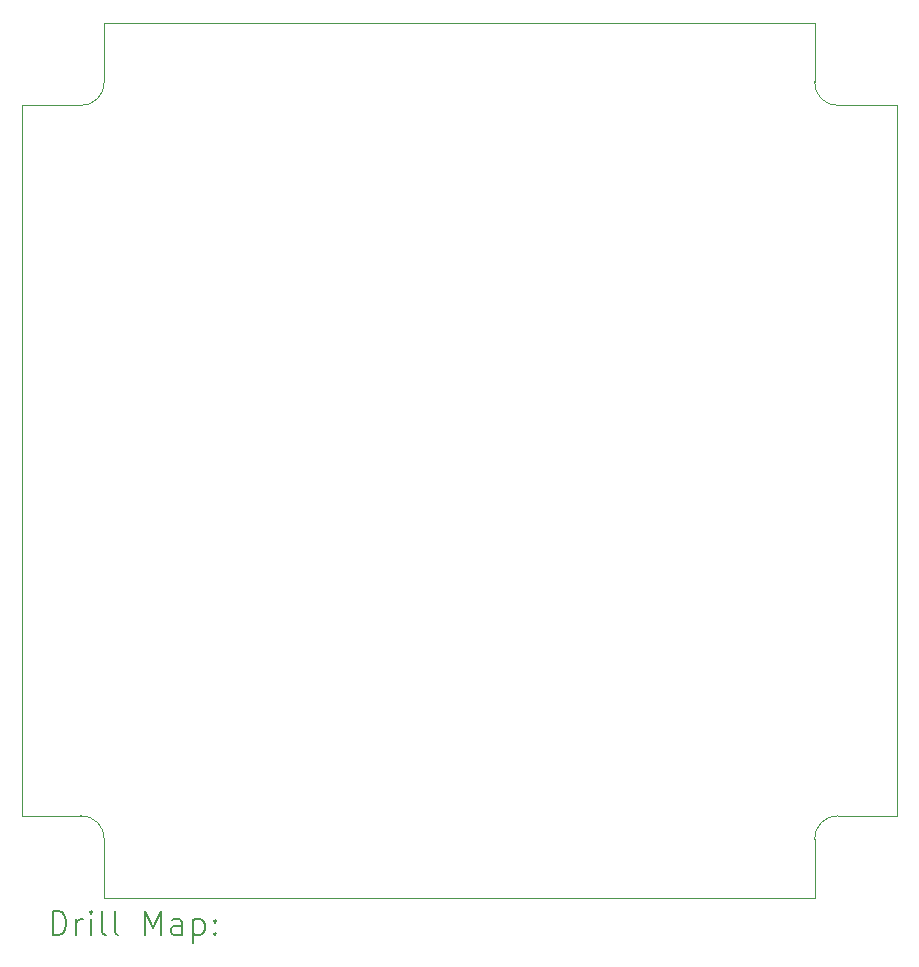
<source format=gbr>
%TF.GenerationSoftware,KiCad,Pcbnew,8.0.1*%
%TF.CreationDate,2024-07-18T17:37:09+01:00*%
%TF.ProjectId,patch-antenna-board,70617463-682d-4616-9e74-656e6e612d62,rev?*%
%TF.SameCoordinates,Original*%
%TF.FileFunction,Drillmap*%
%TF.FilePolarity,Positive*%
%FSLAX45Y45*%
G04 Gerber Fmt 4.5, Leading zero omitted, Abs format (unit mm)*
G04 Created by KiCad (PCBNEW 8.0.1) date 2024-07-18 17:37:09*
%MOMM*%
%LPD*%
G01*
G04 APERTURE LIST*
%ADD10C,0.050000*%
%ADD11C,0.200000*%
G04 APERTURE END LIST*
D10*
X13007000Y-13207000D02*
G75*
G02*
X13207000Y-13007000I194160J5840D01*
G01*
X6993000Y-6793000D02*
X6993000Y-6298000D01*
X13702000Y-6993000D02*
X13702000Y-13007000D01*
X6993000Y-13702000D02*
X13007000Y-13702000D01*
X6298000Y-6993000D02*
X6793000Y-6993000D01*
X13702000Y-13007000D02*
X13207000Y-13007000D01*
X6298000Y-6993000D02*
X6298000Y-13007000D01*
X6993000Y-13702000D02*
X6993000Y-13207000D01*
X13007000Y-6298000D02*
X13007000Y-6793000D01*
X13207000Y-6993000D02*
X13702000Y-6993000D01*
X13207000Y-6993000D02*
G75*
G02*
X13007000Y-6793000I-5840J194160D01*
G01*
X6793000Y-13007000D02*
X6298000Y-13007000D01*
X6993000Y-6298000D02*
X13007000Y-6298000D01*
X6993000Y-6793000D02*
G75*
G02*
X6793000Y-6993000I-194160J-5840D01*
G01*
X6793000Y-13007000D02*
G75*
G02*
X6993000Y-13207000I5840J-194160D01*
G01*
X13007000Y-13207000D02*
X13007000Y-13702000D01*
D11*
X6556277Y-14015984D02*
X6556277Y-13815984D01*
X6556277Y-13815984D02*
X6603896Y-13815984D01*
X6603896Y-13815984D02*
X6632467Y-13825508D01*
X6632467Y-13825508D02*
X6651515Y-13844555D01*
X6651515Y-13844555D02*
X6661039Y-13863603D01*
X6661039Y-13863603D02*
X6670562Y-13901698D01*
X6670562Y-13901698D02*
X6670562Y-13930269D01*
X6670562Y-13930269D02*
X6661039Y-13968365D01*
X6661039Y-13968365D02*
X6651515Y-13987412D01*
X6651515Y-13987412D02*
X6632467Y-14006460D01*
X6632467Y-14006460D02*
X6603896Y-14015984D01*
X6603896Y-14015984D02*
X6556277Y-14015984D01*
X6756277Y-14015984D02*
X6756277Y-13882650D01*
X6756277Y-13920746D02*
X6765801Y-13901698D01*
X6765801Y-13901698D02*
X6775324Y-13892174D01*
X6775324Y-13892174D02*
X6794372Y-13882650D01*
X6794372Y-13882650D02*
X6813420Y-13882650D01*
X6880086Y-14015984D02*
X6880086Y-13882650D01*
X6880086Y-13815984D02*
X6870562Y-13825508D01*
X6870562Y-13825508D02*
X6880086Y-13835031D01*
X6880086Y-13835031D02*
X6889610Y-13825508D01*
X6889610Y-13825508D02*
X6880086Y-13815984D01*
X6880086Y-13815984D02*
X6880086Y-13835031D01*
X7003896Y-14015984D02*
X6984848Y-14006460D01*
X6984848Y-14006460D02*
X6975324Y-13987412D01*
X6975324Y-13987412D02*
X6975324Y-13815984D01*
X7108658Y-14015984D02*
X7089610Y-14006460D01*
X7089610Y-14006460D02*
X7080086Y-13987412D01*
X7080086Y-13987412D02*
X7080086Y-13815984D01*
X7337229Y-14015984D02*
X7337229Y-13815984D01*
X7337229Y-13815984D02*
X7403896Y-13958841D01*
X7403896Y-13958841D02*
X7470562Y-13815984D01*
X7470562Y-13815984D02*
X7470562Y-14015984D01*
X7651515Y-14015984D02*
X7651515Y-13911222D01*
X7651515Y-13911222D02*
X7641991Y-13892174D01*
X7641991Y-13892174D02*
X7622943Y-13882650D01*
X7622943Y-13882650D02*
X7584848Y-13882650D01*
X7584848Y-13882650D02*
X7565801Y-13892174D01*
X7651515Y-14006460D02*
X7632467Y-14015984D01*
X7632467Y-14015984D02*
X7584848Y-14015984D01*
X7584848Y-14015984D02*
X7565801Y-14006460D01*
X7565801Y-14006460D02*
X7556277Y-13987412D01*
X7556277Y-13987412D02*
X7556277Y-13968365D01*
X7556277Y-13968365D02*
X7565801Y-13949317D01*
X7565801Y-13949317D02*
X7584848Y-13939793D01*
X7584848Y-13939793D02*
X7632467Y-13939793D01*
X7632467Y-13939793D02*
X7651515Y-13930269D01*
X7746753Y-13882650D02*
X7746753Y-14082650D01*
X7746753Y-13892174D02*
X7765801Y-13882650D01*
X7765801Y-13882650D02*
X7803896Y-13882650D01*
X7803896Y-13882650D02*
X7822943Y-13892174D01*
X7822943Y-13892174D02*
X7832467Y-13901698D01*
X7832467Y-13901698D02*
X7841991Y-13920746D01*
X7841991Y-13920746D02*
X7841991Y-13977888D01*
X7841991Y-13977888D02*
X7832467Y-13996936D01*
X7832467Y-13996936D02*
X7822943Y-14006460D01*
X7822943Y-14006460D02*
X7803896Y-14015984D01*
X7803896Y-14015984D02*
X7765801Y-14015984D01*
X7765801Y-14015984D02*
X7746753Y-14006460D01*
X7927705Y-13996936D02*
X7937229Y-14006460D01*
X7937229Y-14006460D02*
X7927705Y-14015984D01*
X7927705Y-14015984D02*
X7918182Y-14006460D01*
X7918182Y-14006460D02*
X7927705Y-13996936D01*
X7927705Y-13996936D02*
X7927705Y-14015984D01*
X7927705Y-13892174D02*
X7937229Y-13901698D01*
X7937229Y-13901698D02*
X7927705Y-13911222D01*
X7927705Y-13911222D02*
X7918182Y-13901698D01*
X7918182Y-13901698D02*
X7927705Y-13892174D01*
X7927705Y-13892174D02*
X7927705Y-13911222D01*
M02*

</source>
